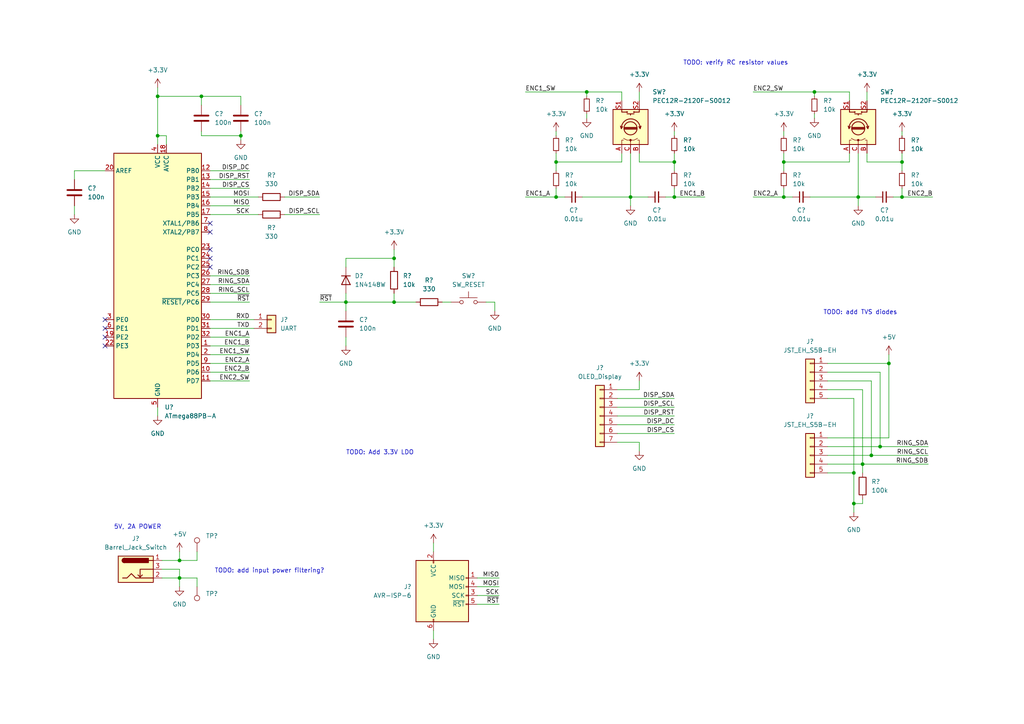
<source format=kicad_sch>
(kicad_sch (version 20211123) (generator eeschema)
  (paper "A4")
  (lib_symbols
    (symbol "Connector:AVR-ISP-6" (pin_names (offset 1.016))
      (property "Reference" "J" (at -6.35 11.43 0))
      (property "Value" "AVR-ISP-6" (at 0 11.43 0))
      (symbol "AVR-ISP-6_0_1"
        (rectangle (start -2.667 -6.858) (end -2.413 -7.62))
        (rectangle (start -2.667 10.16) (end -2.413 9.398))
        (rectangle (start 7.62 -2.413) (end 6.858 -2.667))
        (rectangle (start 7.62 0.127) (end 6.858 -0.127))
        (rectangle (start 7.62 2.667) (end 6.858 2.413))
        (rectangle (start 7.62 5.207) (end 6.858 4.953))
        (rectangle (start 7.62 10.16) (end -7.62 -7.62) (stroke (width 0.254)) (fill (type background)))
      )
      (symbol "AVR-ISP-6_1_1"
        (pin passive line (at 10.16 5.08 180) (length 2.54) (name "MISO") (number "1"))
        (pin passive line (at -2.54 12.7 270) (length 2.54) (name "VCC") (number "2"))
        (pin passive line (at 10.16 0 180) (length 2.54) (name "SCK") (number "3"))
        (pin passive line (at 10.16 2.54 180) (length 2.54) (name "MOSI") (number "4"))
        (pin passive line (at 10.16 -2.54 180) (length 2.54) (name "~{RST}") (number "5"))
        (pin passive line (at -2.54 -10.16 90) (length 2.54) (name "GND") (number "6"))
      )
    )
    (symbol "Connector:Barrel_Jack_Switch" (pin_names hide)
      (property "Reference" "J" (at 0 5.334 0))
      (property "Value" "Barrel_Jack_Switch" (at 0 -5.08 0))
      (symbol "Barrel_Jack_Switch_0_1"
        (rectangle (start -5.08 3.81) (end 5.08 -3.81) (stroke (width 0.254)) (fill (type background)))
        (arc (start -3.302 3.175) (mid -3.937 2.54) (end -3.302 1.905) (stroke (width 0.254)))
        (arc (start -3.302 3.175) (mid -3.937 2.54) (end -3.302 1.905) (stroke (width 0.254)) (fill (type outline)))
        (polyline (pts (xy 1.27 -2.286) (xy 1.905 -1.651)) (stroke (width 0.254)))
        (polyline (pts (xy 5.08 2.54) (xy 3.81 2.54)) (stroke (width 0.254)))
        (polyline (pts (xy 5.08 0) (xy 1.27 0) (xy 1.27 -2.286) (xy 0.635 -1.651)) (stroke (width 0.254)))
        (polyline (pts (xy -3.81 -2.54) (xy -2.54 -2.54) (xy -1.27 -1.27) (xy 0 -2.54) (xy 2.54 -2.54) (xy 5.08 -2.54)) (stroke (width 0.254)))
        (rectangle (start 3.683 3.175) (end -3.302 1.905) (stroke (width 0.254)) (fill (type outline)))
      )
      (symbol "Barrel_Jack_Switch_1_1"
        (pin passive line (at 7.62 2.54 180) (length 2.54) (name "~") (number "1"))
        (pin passive line (at 7.62 -2.54 180) (length 2.54) (name "~") (number "2"))
        (pin passive line (at 7.62 0 180) (length 2.54) (name "~") (number "3"))
      )
    )
    (symbol "Connector:TestPoint" (pin_numbers hide) (pin_names (offset 0.762) hide)
      (property "Reference" "TP" (at 0 6.858 0))
      (property "Value" "TestPoint" (at 0 5.08 0))
      (symbol "TestPoint_0_1"
        (circle (center 0 3.302) (radius 0.762))
      )
      (symbol "TestPoint_1_1"
        (pin passive line (at 0 0 90) (length 2.54) (name "1") (number "1"))
      )
    )
    (symbol "Connector_Generic:Conn_01x02" (pin_names (offset 1.016) hide)
      (property "Reference" "J" (at 0 2.54 0))
      (property "Value" "Conn_01x02" (at 0 -5.08 0))
      (symbol "Conn_01x02_1_1"
        (rectangle (start -1.27 -2.413) (end 0 -2.667) (stroke (width 0.1524)))
        (rectangle (start -1.27 0.127) (end 0 -0.127) (stroke (width 0.1524)))
        (rectangle (start -1.27 1.27) (end 1.27 -3.81) (stroke (width 0.254)) (fill (type background)))
        (pin passive line (at -5.08 0 0) (length 3.81) (name "Pin_1") (number "1"))
        (pin passive line (at -5.08 -2.54 0) (length 3.81) (name "Pin_2") (number "2"))
      )
    )
    (symbol "Connector_Generic:Conn_01x05" (pin_names (offset 1.016) hide)
      (property "Reference" "J" (at 0 7.62 0))
      (property "Value" "Conn_01x05" (at 0 -7.62 0))
      (symbol "Conn_01x05_1_1"
        (rectangle (start -1.27 -4.953) (end 0 -5.207) (stroke (width 0.1524)))
        (rectangle (start -1.27 -2.413) (end 0 -2.667) (stroke (width 0.1524)))
        (rectangle (start -1.27 0.127) (end 0 -0.127) (stroke (width 0.1524)))
        (rectangle (start -1.27 2.667) (end 0 2.413) (stroke (width 0.1524)))
        (rectangle (start -1.27 5.207) (end 0 4.953) (stroke (width 0.1524)))
        (rectangle (start -1.27 6.35) (end 1.27 -6.35) (stroke (width 0.254)) (fill (type background)))
        (pin passive line (at -5.08 5.08 0) (length 3.81) (name "Pin_1") (number "1"))
        (pin passive line (at -5.08 2.54 0) (length 3.81) (name "Pin_2") (number "2"))
        (pin passive line (at -5.08 0 0) (length 3.81) (name "Pin_3") (number "3"))
        (pin passive line (at -5.08 -2.54 0) (length 3.81) (name "Pin_4") (number "4"))
        (pin passive line (at -5.08 -5.08 0) (length 3.81) (name "Pin_5") (number "5"))
      )
    )
    (symbol "Connector_Generic:Conn_01x07" (pin_names (offset 1.016) hide)
      (property "Reference" "J" (at 0 10.16 0))
      (property "Value" "Conn_01x07" (at 0 -10.16 0))
      (symbol "Conn_01x07_1_1"
        (rectangle (start -1.27 -7.493) (end 0 -7.747) (stroke (width 0.1524)))
        (rectangle (start -1.27 -4.953) (end 0 -5.207) (stroke (width 0.1524)))
        (rectangle (start -1.27 -2.413) (end 0 -2.667) (stroke (width 0.1524)))
        (rectangle (start -1.27 0.127) (end 0 -0.127) (stroke (width 0.1524)))
        (rectangle (start -1.27 2.667) (end 0 2.413) (stroke (width 0.1524)))
        (rectangle (start -1.27 5.207) (end 0 4.953) (stroke (width 0.1524)))
        (rectangle (start -1.27 7.747) (end 0 7.493) (stroke (width 0.1524)))
        (rectangle (start -1.27 8.89) (end 1.27 -8.89) (stroke (width 0.254)) (fill (type background)))
        (pin passive line (at -5.08 7.62 0) (length 3.81) (name "Pin_1") (number "1"))
        (pin passive line (at -5.08 5.08 0) (length 3.81) (name "Pin_2") (number "2"))
        (pin passive line (at -5.08 2.54 0) (length 3.81) (name "Pin_3") (number "3"))
        (pin passive line (at -5.08 0 0) (length 3.81) (name "Pin_4") (number "4"))
        (pin passive line (at -5.08 -2.54 0) (length 3.81) (name "Pin_5") (number "5"))
        (pin passive line (at -5.08 -5.08 0) (length 3.81) (name "Pin_6") (number "6"))
        (pin passive line (at -5.08 -7.62 0) (length 3.81) (name "Pin_7") (number "7"))
      )
    )
    (symbol "Device:C" (pin_numbers hide) (pin_names (offset 0.254))
      (property "Reference" "C" (at 0.635 2.54 0))
      (property "Value" "C" (at 0.635 -2.54 0))
      (symbol "C_0_1"
        (polyline (pts (xy -2.032 -0.762) (xy 2.032 -0.762)) (stroke (width 0.508)))
        (polyline (pts (xy -2.032 0.762) (xy 2.032 0.762)) (stroke (width 0.508)))
      )
      (symbol "C_1_1"
        (pin passive line (at 0 3.81 270) (length 2.794) (name "~") (number "1"))
        (pin passive line (at 0 -3.81 90) (length 2.794) (name "~") (number "2"))
      )
    )
    (symbol "Device:C_Small" (pin_numbers hide) (pin_names (offset 0.254) hide)
      (property "Reference" "C" (at 0.254 1.778 0))
      (property "Value" "C_Small" (at 0.254 -2.032 0))
      (symbol "C_Small_0_1"
        (polyline (pts (xy -1.524 -0.508) (xy 1.524 -0.508)) (stroke (width 0.3302)))
        (polyline (pts (xy -1.524 0.508) (xy 1.524 0.508)) (stroke (width 0.3048)))
      )
      (symbol "C_Small_1_1"
        (pin passive line (at 0 2.54 270) (length 2.032) (name "~") (number "1"))
        (pin passive line (at 0 -2.54 90) (length 2.032) (name "~") (number "2"))
      )
    )
    (symbol "Device:R" (pin_numbers hide) (pin_names (offset 0))
      (property "Reference" "R" (at 2.032 0 90))
      (property "Value" "R" (at 0 0 90))
      (symbol "R_0_1"
        (rectangle (start -1.016 -2.54) (end 1.016 2.54) (stroke (width 0.254)))
      )
      (symbol "R_1_1"
        (pin passive line (at 0 3.81 270) (length 1.27) (name "~") (number "1"))
        (pin passive line (at 0 -3.81 90) (length 1.27) (name "~") (number "2"))
      )
    )
    (symbol "Device:R_Small" (pin_numbers hide) (pin_names (offset 0.254) hide)
      (property "Reference" "R" (at 0.762 0.508 0))
      (property "Value" "R_Small" (at 0.762 -1.016 0))
      (symbol "R_Small_0_1"
        (rectangle (start -0.762 1.778) (end 0.762 -1.778) (stroke (width 0.2032)))
      )
      (symbol "R_Small_1_1"
        (pin passive line (at 0 2.54 270) (length 0.762) (name "~") (number "1"))
        (pin passive line (at 0 -2.54 90) (length 0.762) (name "~") (number "2"))
      )
    )
    (symbol "Device:RotaryEncoder_Switch" (pin_names (offset 0.254) hide)
      (property "Reference" "SW" (at 0 6.604 0))
      (property "Value" "RotaryEncoder_Switch" (at 0 -6.604 0))
      (symbol "RotaryEncoder_Switch_0_1"
        (rectangle (start -5.08 5.08) (end 5.08 -5.08) (stroke (width 0.254)) (fill (type background)))
        (circle (center -3.81 0) (radius 0.254) (fill (type outline)))
        (arc (start -0.381 -2.794) (mid 2.3622 -0.0508) (end -0.381 2.667) (stroke (width 0.254)))
        (circle (center -0.381 0) (radius 1.905) (stroke (width 0.254)))
        (polyline (pts (xy -0.635 -1.778) (xy -0.635 1.778)) (stroke (width 0.254)))
        (polyline (pts (xy -0.381 -1.778) (xy -0.381 1.778)) (stroke (width 0.254)))
        (polyline (pts (xy -0.127 1.778) (xy -0.127 -1.778)) (stroke (width 0.254)))
        (polyline (pts (xy 3.81 0) (xy 3.429 0)) (stroke (width 0.254)))
        (polyline (pts (xy 3.81 1.016) (xy 3.81 -1.016)) (stroke (width 0.254)))
        (polyline (pts (xy -5.08 -2.54) (xy -3.81 -2.54) (xy -3.81 -2.032)))
        (polyline (pts (xy -5.08 2.54) (xy -3.81 2.54) (xy -3.81 2.032)))
        (polyline (pts (xy 0.254 -3.048) (xy -0.508 -2.794) (xy 0.127 -2.413)) (stroke (width 0.254)))
        (polyline (pts (xy 0.254 2.921) (xy -0.508 2.667) (xy 0.127 2.286)) (stroke (width 0.254)))
        (polyline (pts (xy 5.08 -2.54) (xy 4.318 -2.54) (xy 4.318 -1.016)) (stroke (width 0.254)))
        (polyline (pts (xy 5.08 2.54) (xy 4.318 2.54) (xy 4.318 1.016)) (stroke (width 0.254)))
        (polyline (pts (xy -5.08 0) (xy -3.81 0) (xy -3.81 -1.016) (xy -3.302 -2.032)))
        (polyline (pts (xy -4.318 0) (xy -3.81 0) (xy -3.81 1.016) (xy -3.302 2.032)))
        (circle (center 4.318 -1.016) (radius 0.127) (stroke (width 0.254)))
        (circle (center 4.318 1.016) (radius 0.127) (stroke (width 0.254)))
      )
      (symbol "RotaryEncoder_Switch_1_1"
        (pin passive line (at -7.62 2.54 0) (length 2.54) (name "A") (number "A"))
        (pin passive line (at -7.62 -2.54 0) (length 2.54) (name "B") (number "B"))
        (pin passive line (at -7.62 0 0) (length 2.54) (name "C") (number "C"))
        (pin passive line (at 7.62 2.54 180) (length 2.54) (name "S1") (number "S1"))
        (pin passive line (at 7.62 -2.54 180) (length 2.54) (name "S2") (number "S2"))
      )
    )
    (symbol "Diode:1N4148W" (pin_numbers hide) (pin_names (offset 1.016) hide)
      (property "Reference" "D" (at 0 2.54 0))
      (property "Value" "1N4148W" (at 0 -2.54 0))
      (symbol "1N4148W_0_1"
        (polyline (pts (xy -1.27 1.27) (xy -1.27 -1.27)) (stroke (width 0.254)))
        (polyline (pts (xy 1.27 0) (xy -1.27 0)))
        (polyline (pts (xy 1.27 1.27) (xy 1.27 -1.27) (xy -1.27 0) (xy 1.27 1.27)) (stroke (width 0.254)))
      )
      (symbol "1N4148W_1_1"
        (pin passive line (at -3.81 0 0) (length 2.54) (name "K") (number "1"))
        (pin passive line (at 3.81 0 180) (length 2.54) (name "A") (number "2"))
      )
    )
    (symbol "MCU_Microchip_ATmega:ATmega88PB-A"
      (property "Reference" "U" (at -12.7 36.83 0))
      (property "Value" "ATmega88PB-A" (at 2.54 -36.83 0))
      (symbol "ATmega88PB-A_0_1"
        (rectangle (start -12.7 -35.56) (end 12.7 35.56) (stroke (width 0.254)) (fill (type background)))
      )
      (symbol "ATmega88PB-A_1_1"
        (pin bidirectional line (at 15.24 -20.32 180) (length 2.54) (name "PD3") (number "1"))
        (pin bidirectional line (at 15.24 -27.94 180) (length 2.54) (name "PD6") (number "10"))
        (pin bidirectional line (at 15.24 -30.48 180) (length 2.54) (name "PD7") (number "11"))
        (pin bidirectional line (at 15.24 30.48 180) (length 2.54) (name "PB0") (number "12"))
        (pin bidirectional line (at 15.24 27.94 180) (length 2.54) (name "PB1") (number "13"))
        (pin bidirectional line (at 15.24 25.4 180) (length 2.54) (name "PB2") (number "14"))
        (pin bidirectional line (at 15.24 22.86 180) (length 2.54) (name "PB3") (number "15"))
        (pin bidirectional line (at 15.24 20.32 180) (length 2.54) (name "PB4") (number "16"))
        (pin bidirectional line (at 15.24 17.78 180) (length 2.54) (name "PB5") (number "17"))
        (pin power_in line (at 2.54 38.1 270) (length 2.54) (name "AVCC") (number "18"))
        (pin bidirectional line (at -15.24 -17.78 0) (length 2.54) (name "PE2") (number "19"))
        (pin bidirectional line (at 15.24 -22.86 180) (length 2.54) (name "PD4") (number "2"))
        (pin passive line (at -15.24 30.48 0) (length 2.54) (name "AREF") (number "20"))
        (pin passive line (at 0 -38.1 90) (length 2.54) hide (name "GND") (number "21"))
        (pin bidirectional line (at -15.24 -20.32 0) (length 2.54) (name "PE3") (number "22"))
        (pin bidirectional line (at 15.24 7.62 180) (length 2.54) (name "PC0") (number "23"))
        (pin bidirectional line (at 15.24 5.08 180) (length 2.54) (name "PC1") (number "24"))
        (pin bidirectional line (at 15.24 2.54 180) (length 2.54) (name "PC2") (number "25"))
        (pin bidirectional line (at 15.24 0 180) (length 2.54) (name "PC3") (number "26"))
        (pin bidirectional line (at 15.24 -2.54 180) (length 2.54) (name "PC4") (number "27"))
        (pin bidirectional line (at 15.24 -5.08 180) (length 2.54) (name "PC5") (number "28"))
        (pin bidirectional line (at 15.24 -7.62 180) (length 2.54) (name "~{RESET}/PC6") (number "29"))
        (pin bidirectional line (at -15.24 -12.7 0) (length 2.54) (name "PE0") (number "3"))
        (pin bidirectional line (at 15.24 -12.7 180) (length 2.54) (name "PD0") (number "30"))
        (pin bidirectional line (at 15.24 -15.24 180) (length 2.54) (name "PD1") (number "31"))
        (pin bidirectional line (at 15.24 -17.78 180) (length 2.54) (name "PD2") (number "32"))
        (pin power_in line (at 0 38.1 270) (length 2.54) (name "VCC") (number "4"))
        (pin power_in line (at 0 -38.1 90) (length 2.54) (name "GND") (number "5"))
        (pin bidirectional line (at -15.24 -15.24 0) (length 2.54) (name "PE1") (number "6"))
        (pin bidirectional line (at 15.24 15.24 180) (length 2.54) (name "XTAL1/PB6") (number "7"))
        (pin bidirectional line (at 15.24 12.7 180) (length 2.54) (name "XTAL2/PB7") (number "8"))
        (pin bidirectional line (at 15.24 -25.4 180) (length 2.54) (name "PD5") (number "9"))
      )
    )
    (symbol "Switch:SW_Push" (pin_numbers hide) (pin_names (offset 1.016) hide)
      (property "Reference" "SW" (at 1.27 2.54 0))
      (property "Value" "SW_Push" (at 0 -1.524 0))
      (symbol "SW_Push_0_1"
        (circle (center -2.032 0) (radius 0.508))
        (polyline (pts (xy 0 1.27) (xy 0 3.048)))
        (polyline (pts (xy 2.54 1.27) (xy -2.54 1.27)))
        (circle (center 2.032 0) (radius 0.508))
        (pin passive line (at -5.08 0 0) (length 2.54) (name "1") (number "1"))
        (pin passive line (at 5.08 0 180) (length 2.54) (name "2") (number "2"))
      )
    )
    (symbol "power:+3.3V" (power) (pin_names (offset 0))
      (property "Value" "+3.3V" (at 0 3.556 0))
      (symbol "+3.3V_0_1"
        (polyline (pts (xy -0.762 1.27) (xy 0 2.54)))
        (polyline (pts (xy 0 0) (xy 0 2.54)))
        (polyline (pts (xy 0 2.54) (xy 0.762 1.27)))
      )
      (symbol "+3.3V_1_1"
        (pin power_in line (at 0 0 90) (length 0) hide (name "+3.3V") (number "1"))
      )
    )
    (symbol "power:+5V" (power) (pin_names (offset 0))
      (property "Value" "+5V" (at 0 3.556 0))
      (symbol "+5V_0_1"
        (polyline (pts (xy -0.762 1.27) (xy 0 2.54)))
        (polyline (pts (xy 0 0) (xy 0 2.54)))
        (polyline (pts (xy 0 2.54) (xy 0.762 1.27)))
      )
      (symbol "+5V_1_1"
        (pin power_in line (at 0 0 90) (length 0) hide (name "+5V") (number "1"))
      )
    )
    (symbol "power:GND" (power) (pin_names (offset 0))
      (property "Value" "GND" (at 0 -3.81 0))
      (symbol "GND_0_1"
        (polyline (pts (xy 0 0) (xy 0 -1.27) (xy 1.27 -1.27) (xy 0 -2.54) (xy -1.27 -1.27) (xy 0 -1.27)))
      )
      (symbol "GND_1_1"
        (pin power_in line (at 0 0 270) (length 0) hide (name "GND") (number "1"))
      )
    )
  )
  (junction (at 247.65 146.05))
  (junction (at 247.65 137.16))
  (junction (at 236.22 26.67))
  (junction (at 227.33 46.99))
  (junction (at 255.27 129.54))
  (junction (at 261.62 57.15))
  (junction (at 227.33 57.15))
  (junction (at 182.88 57.15))
  (junction (at 45.72 27.94))
  (junction (at 248.92 57.15))
  (junction (at 58.42 27.94))
  (junction (at 195.58 57.15))
  (junction (at 261.62 46.99))
  (junction (at 52.07 167.64))
  (junction (at 161.29 46.99))
  (junction (at 195.58 46.99))
  (junction (at 161.29 57.15))
  (junction (at 114.3 87.63))
  (junction (at 69.85 39.37))
  (junction (at 52.07 162.56))
  (junction (at 250.19 134.62))
  (junction (at 257.81 105.41))
  (junction (at 100.33 87.63))
  (junction (at 114.3 74.93))
  (junction (at 45.72 39.37))
  (junction (at 252.73 132.08))
  (junction (at 170.18 26.67))
  (no_connect (at 60.96 67.31))
  (no_connect (at 60.96 64.77))
  (no_connect (at 60.96 74.93))
  (no_connect (at 60.96 72.39))
  (no_connect (at 30.48 95.25))
  (no_connect (at 30.48 97.79))
  (no_connect (at 30.48 100.33))
  (no_connect (at 30.48 92.71))
  (no_connect (at 60.96 77.47))
  (wire (pts (xy 114.3 87.63) (xy 120.65 87.63)))
  (wire (pts (xy 170.18 33.02) (xy 170.18 34.29)))
  (wire (pts (xy 251.46 44.45) (xy 251.46 46.99)))
  (wire (pts (xy 45.72 118.11) (xy 45.72 120.65)))
  (wire (pts (xy 100.33 85.09) (xy 100.33 87.63)))
  (wire (pts (xy 195.58 38.1) (xy 195.58 39.37)))
  (wire (pts (xy 227.33 57.15) (xy 229.87 57.15)))
  (wire (pts (xy 58.42 39.37) (xy 69.85 39.37)))
  (wire (pts (xy 100.33 87.63) (xy 114.3 87.63)))
  (wire (pts (xy 114.3 74.93) (xy 114.3 77.47)))
  (wire (pts (xy 45.72 27.94) (xy 45.72 39.37)))
  (wire (pts (xy 236.22 26.67) (xy 246.38 26.67)))
  (wire (pts (xy 69.85 27.94) (xy 58.42 27.94)))
  (wire (pts (xy 240.03 110.49) (xy 252.73 110.49)))
  (wire (pts (xy 52.07 160.02) (xy 52.07 162.56)))
  (wire (pts (xy 240.03 127) (xy 257.81 127)))
  (wire (pts (xy 195.58 46.99) (xy 195.58 49.53)))
  (wire (pts (xy 138.43 175.26) (xy 144.78 175.26)))
  (wire (pts (xy 185.42 26.67) (xy 185.42 29.21)))
  (wire (pts (xy 128.27 87.63) (xy 130.81 87.63)))
  (wire (pts (xy 248.92 57.15) (xy 254 57.15)))
  (wire (pts (xy 170.18 26.67) (xy 180.34 26.67)))
  (wire (pts (xy 60.96 52.07) (xy 72.39 52.07)))
  (wire (pts (xy 100.33 97.79) (xy 100.33 100.33)))
  (wire (pts (xy 255.27 107.95) (xy 255.27 129.54)))
  (wire (pts (xy 161.29 46.99) (xy 180.34 46.99)))
  (wire (pts (xy 69.85 30.48) (xy 69.85 27.94)))
  (wire (pts (xy 21.59 52.07) (xy 21.59 49.53)))
  (wire (pts (xy 45.72 27.94) (xy 58.42 27.94)))
  (wire (pts (xy 170.18 26.67) (xy 170.18 27.94)))
  (wire (pts (xy 60.96 80.01) (xy 72.39 80.01)))
  (wire (pts (xy 185.42 46.99) (xy 195.58 46.99)))
  (wire (pts (xy 185.42 113.03) (xy 185.42 110.49)))
  (wire (pts (xy 261.62 46.99) (xy 261.62 49.53)))
  (wire (pts (xy 82.55 62.23) (xy 92.71 62.23)))
  (wire (pts (xy 60.96 57.15) (xy 74.93 57.15)))
  (wire (pts (xy 179.07 120.65) (xy 195.58 120.65)))
  (wire (pts (xy 92.71 87.63) (xy 100.33 87.63)))
  (wire (pts (xy 45.72 39.37) (xy 45.72 41.91)))
  (wire (pts (xy 240.03 134.62) (xy 250.19 134.62)))
  (wire (pts (xy 60.96 107.95) (xy 72.39 107.95)))
  (wire (pts (xy 182.88 57.15) (xy 187.96 57.15)))
  (wire (pts (xy 58.42 27.94) (xy 58.42 30.48)))
  (wire (pts (xy 240.03 107.95) (xy 255.27 107.95)))
  (wire (pts (xy 250.19 146.05) (xy 247.65 146.05)))
  (wire (pts (xy 161.29 44.45) (xy 161.29 46.99)))
  (wire (pts (xy 138.43 167.64) (xy 144.78 167.64)))
  (wire (pts (xy 57.15 170.18) (xy 57.15 167.64)))
  (wire (pts (xy 247.65 137.16) (xy 247.65 146.05)))
  (wire (pts (xy 236.22 33.02) (xy 236.22 34.29)))
  (wire (pts (xy 60.96 110.49) (xy 72.39 110.49)))
  (wire (pts (xy 60.96 105.41) (xy 72.39 105.41)))
  (wire (pts (xy 261.62 38.1) (xy 261.62 39.37)))
  (wire (pts (xy 125.73 182.88) (xy 125.73 185.42)))
  (wire (pts (xy 193.04 57.15) (xy 195.58 57.15)))
  (wire (pts (xy 195.58 44.45) (xy 195.58 46.99)))
  (wire (pts (xy 179.07 113.03) (xy 185.42 113.03)))
  (wire (pts (xy 236.22 26.67) (xy 236.22 27.94)))
  (wire (pts (xy 218.44 26.67) (xy 236.22 26.67)))
  (wire (pts (xy 69.85 38.1) (xy 69.85 39.37)))
  (wire (pts (xy 259.08 57.15) (xy 261.62 57.15)))
  (wire (pts (xy 227.33 44.45) (xy 227.33 46.99)))
  (wire (pts (xy 180.34 26.67) (xy 180.34 29.21)))
  (wire (pts (xy 168.91 57.15) (xy 182.88 57.15)))
  (wire (pts (xy 69.85 39.37) (xy 69.85 40.64)))
  (wire (pts (xy 179.07 125.73) (xy 195.58 125.73)))
  (wire (pts (xy 195.58 57.15) (xy 195.58 54.61)))
  (wire (pts (xy 100.33 77.47) (xy 100.33 74.93)))
  (wire (pts (xy 195.58 57.15) (xy 204.47 57.15)))
  (wire (pts (xy 182.88 57.15) (xy 182.88 59.69)))
  (wire (pts (xy 250.19 134.62) (xy 269.24 134.62)))
  (wire (pts (xy 234.95 57.15) (xy 248.92 57.15)))
  (wire (pts (xy 240.03 132.08) (xy 252.73 132.08)))
  (wire (pts (xy 45.72 25.4) (xy 45.72 27.94)))
  (wire (pts (xy 252.73 132.08) (xy 269.24 132.08)))
  (wire (pts (xy 250.19 113.03) (xy 250.19 134.62)))
  (wire (pts (xy 60.96 100.33) (xy 72.39 100.33)))
  (wire (pts (xy 46.99 167.64) (xy 52.07 167.64)))
  (wire (pts (xy 179.07 115.57) (xy 195.58 115.57)))
  (wire (pts (xy 257.81 127) (xy 257.81 105.41)))
  (wire (pts (xy 255.27 129.54) (xy 269.24 129.54)))
  (wire (pts (xy 52.07 165.1) (xy 52.07 167.64)))
  (wire (pts (xy 240.03 105.41) (xy 257.81 105.41)))
  (wire (pts (xy 46.99 165.1) (xy 52.07 165.1)))
  (wire (pts (xy 114.3 72.39) (xy 114.3 74.93)))
  (wire (pts (xy 57.15 167.64) (xy 52.07 167.64)))
  (wire (pts (xy 180.34 44.45) (xy 180.34 46.99)))
  (wire (pts (xy 185.42 44.45) (xy 185.42 46.99)))
  (wire (pts (xy 60.96 102.87) (xy 72.39 102.87)))
  (wire (pts (xy 257.81 102.87) (xy 257.81 105.41)))
  (wire (pts (xy 227.33 38.1) (xy 227.33 39.37)))
  (wire (pts (xy 247.65 146.05) (xy 247.65 148.59)))
  (wire (pts (xy 138.43 170.18) (xy 144.78 170.18)))
  (wire (pts (xy 60.96 87.63) (xy 72.39 87.63)))
  (wire (pts (xy 227.33 54.61) (xy 227.33 57.15)))
  (wire (pts (xy 247.65 115.57) (xy 247.65 137.16)))
  (wire (pts (xy 60.96 97.79) (xy 72.39 97.79)))
  (wire (pts (xy 100.33 74.93) (xy 114.3 74.93)))
  (wire (pts (xy 60.96 82.55) (xy 72.39 82.55)))
  (wire (pts (xy 182.88 44.45) (xy 182.88 57.15)))
  (wire (pts (xy 60.96 49.53) (xy 72.39 49.53)))
  (wire (pts (xy 21.59 59.69) (xy 21.59 62.23)))
  (wire (pts (xy 161.29 54.61) (xy 161.29 57.15)))
  (wire (pts (xy 82.55 57.15) (xy 92.71 57.15)))
  (wire (pts (xy 152.4 26.67) (xy 170.18 26.67)))
  (wire (pts (xy 240.03 113.03) (xy 250.19 113.03)))
  (wire (pts (xy 185.42 128.27) (xy 185.42 130.81)))
  (wire (pts (xy 250.19 134.62) (xy 250.19 137.16)))
  (wire (pts (xy 227.33 46.99) (xy 227.33 49.53)))
  (wire (pts (xy 240.03 115.57) (xy 247.65 115.57)))
  (wire (pts (xy 261.62 57.15) (xy 270.51 57.15)))
  (wire (pts (xy 179.07 123.19) (xy 195.58 123.19)))
  (wire (pts (xy 143.51 87.63) (xy 140.97 87.63)))
  (wire (pts (xy 240.03 129.54) (xy 255.27 129.54)))
  (wire (pts (xy 100.33 87.63) (xy 100.33 90.17)))
  (wire (pts (xy 161.29 46.99) (xy 161.29 49.53)))
  (wire (pts (xy 248.92 57.15) (xy 248.92 59.69)))
  (wire (pts (xy 60.96 92.71) (xy 73.66 92.71)))
  (wire (pts (xy 218.44 57.15) (xy 227.33 57.15)))
  (wire (pts (xy 227.33 46.99) (xy 246.38 46.99)))
  (wire (pts (xy 179.07 128.27) (xy 185.42 128.27)))
  (wire (pts (xy 60.96 54.61) (xy 72.39 54.61)))
  (wire (pts (xy 251.46 26.67) (xy 251.46 29.21)))
  (wire (pts (xy 250.19 144.78) (xy 250.19 146.05)))
  (wire (pts (xy 57.15 162.56) (xy 52.07 162.56)))
  (wire (pts (xy 60.96 95.25) (xy 73.66 95.25)))
  (wire (pts (xy 60.96 59.69) (xy 72.39 59.69)))
  (wire (pts (xy 240.03 137.16) (xy 247.65 137.16)))
  (wire (pts (xy 246.38 44.45) (xy 246.38 46.99)))
  (wire (pts (xy 179.07 118.11) (xy 195.58 118.11)))
  (wire (pts (xy 161.29 38.1) (xy 161.29 39.37)))
  (wire (pts (xy 21.59 49.53) (xy 30.48 49.53)))
  (wire (pts (xy 251.46 46.99) (xy 261.62 46.99)))
  (wire (pts (xy 125.73 157.48) (xy 125.73 160.02)))
  (wire (pts (xy 246.38 26.67) (xy 246.38 29.21)))
  (wire (pts (xy 138.43 172.72) (xy 144.78 172.72)))
  (wire (pts (xy 152.4 57.15) (xy 161.29 57.15)))
  (wire (pts (xy 48.26 39.37) (xy 45.72 39.37)))
  (wire (pts (xy 143.51 90.17) (xy 143.51 87.63)))
  (wire (pts (xy 60.96 85.09) (xy 72.39 85.09)))
  (wire (pts (xy 57.15 160.02) (xy 57.15 162.56)))
  (wire (pts (xy 60.96 62.23) (xy 74.93 62.23)))
  (wire (pts (xy 58.42 38.1) (xy 58.42 39.37)))
  (wire (pts (xy 261.62 44.45) (xy 261.62 46.99)))
  (wire (pts (xy 261.62 57.15) (xy 261.62 54.61)))
  (wire (pts (xy 248.92 44.45) (xy 248.92 57.15)))
  (wire (pts (xy 52.07 167.64) (xy 52.07 170.18)))
  (wire (pts (xy 48.26 41.91) (xy 48.26 39.37)))
  (wire (pts (xy 114.3 85.09) (xy 114.3 87.63)))
  (wire (pts (xy 52.07 162.56) (xy 46.99 162.56)))
  (wire (pts (xy 252.73 110.49) (xy 252.73 132.08)))
  (wire (pts (xy 161.29 57.15) (xy 163.83 57.15)))
  (text "TODO: Add 3.3V LDO" (at 100.33 132.08 0) (effects (font (size 1.27 1.27)) (justify left bottom)))
  (text "TODO: verify RC resistor values" (at 198.12 19.05 0) (effects (font (size 1.27 1.27)) (justify left bottom)))
  (text "5V, 2A POWER" (at 33.02 153.67 0) (effects (font (size 1.27 1.27)) (justify left bottom)))
  (text "TODO: add TVS diodes" (at 238.76 91.44 0) (effects (font (size 1.27 1.27)) (justify left bottom)))
  (text "TODO: add input power filtering?" (at 62.23 166.37 0) (effects (font (size 1.27 1.27)) (justify left bottom)))
  (label "ENC1_B" (at 72.39 100.33 180))
  (label "ENC2_A" (at 72.39 105.41 180))
  (label "RING_SDA" (at 72.39 82.55 180))
  (label "DISP_SDA" (at 92.71 57.15 180))
  (label "SCK" (at 144.78 172.72 180))
  (label "ENC2_B" (at 270.51 57.15 180))
  (label "ENC1_SW" (at 72.39 102.87 180))
  (label "MOSI" (at 72.39 57.15 180))
  (label "RING_SDA" (at 269.24 129.54 180))
  (label "ENC1_B" (at 204.47 57.15 180))
  (label "DISP_SCL" (at 92.71 62.23 180))
  (label "ENC2_B" (at 72.39 107.95 180))
  (label "~{RST}" (at 92.71 87.63 0))
  (label "RING_SCL" (at 72.39 85.09 180))
  (label "TXD" (at 72.39 95.25 180))
  (label "RING_SCL" (at 269.24 132.08 180))
  (label "DISP_SCL" (at 195.58 118.11 180))
  (label "DISP_CS" (at 72.39 54.61 180))
  (label "DISP_RST" (at 195.58 120.65 180))
  (label "MOSI" (at 144.78 170.18 180))
  (label "RING_SDB" (at 269.24 134.62 180))
  (label "ENC2_SW" (at 72.39 110.49 180))
  (label "DISP_DC" (at 72.39 49.53 180))
  (label "ENC2_SW" (at 218.44 26.67 0))
  (label "ENC1_A" (at 152.4 57.15 0))
  (label "ENC1_A" (at 72.39 97.79 180))
  (label "DISP_SDA" (at 195.58 115.57 180))
  (label "MISO" (at 72.39 59.69 180))
  (label "ENC1_SW" (at 152.4 26.67 0))
  (label "ENC2_A" (at 218.44 57.15 0))
  (label "SCK" (at 72.39 62.23 180))
  (label "RING_SDB" (at 72.39 80.01 180))
  (label "DISP_CS" (at 195.58 125.73 180))
  (label "~{RST}" (at 144.78 175.26 180))
  (label "MISO" (at 144.78 167.64 180))
  (label "RXD" (at 72.39 92.71 180))
  (label "DISP_DC" (at 195.58 123.19 180))
  (label "~{RST}" (at 72.39 87.63 180))
  (label "DISP_RST" (at 72.39 52.07 180))
  (symbol (lib_id "power:GND") (at 69.85 40.64 0) (unit 1)
    (property "Reference" "#PWR?" (effects hide))
    (property "Value" "GND" (at 69.85 45.72 0))
  )
  (symbol (lib_id "power:+3.3V") (at 45.72 25.4 0) (unit 1)
    (property "Reference" "#PWR?" (effects hide))
    (property "Value" "+3.3V" (at 45.72 20.32 0))
  )
  (symbol (lib_id "power:GND") (at 52.07 170.18 0) (unit 1)
    (property "Reference" "#PWR?" (effects hide))
    (property "Value" "GND" (at 52.07 175.26 0))
  )
  (symbol (lib_id "MCU_Microchip_ATmega:ATmega88PB-A") (at 45.72 80.01 0) (unit 1)
    (property "Reference" "U?" (at 47.7394 118.11 0) (effects (justify left)))
    (property "Value" "ATmega88PB-A" (at 47.7394 120.65 0) (effects (justify left)))
    (property "Footprint" "Package_QFP:TQFP-32_7x7mm_P0.8mm" (effects hide))
    (property "Datasheet" "http://ww1.microchip.com/downloads/en/DeviceDoc/40001909A.pdf" (effects hide))
  )
  (symbol (lib_id "Connector_Generic:Conn_01x05") (at 234.95 110.49 0) (mirror y) (unit 1)
    (property "Reference" "J?" (at 234.95 99.06 0))
    (property "Value" "JST_EH_S5B-EH" (at 234.95 101.6 0))
    (property "Footprint" "Connector_JST:JST_EH_S5B-EH_1x05_P2.50mm_Horizontal" (effects hide))
  )
  (symbol (lib_id "Device:R_Small") (at 161.29 52.07 0) (unit 1)
    (property "Reference" "R?" (at 163.83 50.7999 0) (effects (justify left)))
    (property "Value" "10k" (at 163.83 53.3399 0) (effects (justify left)))
    (property "Footprint" "Resistor_SMD:R_0805_2012Metric" (effects hide))
  )
  (symbol (lib_id "Device:R") (at 78.74 62.23 90) (unit 1)
    (property "Reference" "R?" (at 78.74 66.04 90))
    (property "Value" "330" (at 78.74 68.58 90))
    (property "Footprint" "Resistor_SMD:R_0805_2012Metric" (effects hide))
  )
  (symbol (lib_id "power:GND") (at 143.51 90.17 0) (unit 1)
    (property "Reference" "#PWR?" (effects hide))
    (property "Value" "GND" (at 143.51 95.25 0))
  )
  (symbol (lib_id "Connector_Generic:Conn_01x07") (at 173.99 120.65 0) (mirror y) (unit 1)
    (property "Reference" "J?" (at 173.99 106.68 0))
    (property "Value" "OLED_Display" (at 173.99 109.22 0))
    (property "Footprint" "Connector_PinHeader_2.54mm:PinHeader_1x07_P2.54mm_Vertical" (effects hide))
  )
  (symbol (lib_id "Device:C_Small") (at 232.41 57.15 90) (unit 1)
    (property "Reference" "C?" (at 232.41 60.96 90))
    (property "Value" "0.01u" (at 232.41 63.5 90))
    (property "Footprint" "Capacitor_SMD:C_0805_2012Metric" (effects hide))
  )
  (symbol (lib_id "Device:C") (at 100.33 93.98 0) (unit 1)
    (property "Reference" "C?" (at 104.14 92.7099 0) (effects (justify left)))
    (property "Value" "100n" (at 104.14 95.2499 0) (effects (justify left)))
    (property "Footprint" "Capacitor_SMD:C_0805_2012Metric" (effects hide))
  )
  (symbol (lib_id "power:GND") (at 248.92 59.69 0) (unit 1)
    (property "Reference" "#PWR?" (effects hide))
    (property "Value" "GND" (at 248.92 64.77 0))
  )
  (symbol (lib_id "power:GND") (at 236.22 34.29 0) (unit 1)
    (property "Reference" "#PWR?" (effects hide))
    (property "Value" "GND" (at 236.22 39.37 0))
  )
  (symbol (lib_id "Device:C_Small") (at 256.54 57.15 90) (unit 1)
    (property "Reference" "C?" (at 256.54 60.96 90))
    (property "Value" "0.01u" (at 256.54 63.5 90))
    (property "Footprint" "Capacitor_SMD:C_0805_2012Metric" (effects hide))
  )
  (symbol (lib_id "power:GND") (at 170.18 34.29 0) (unit 1)
    (property "Reference" "#PWR?" (effects hide))
    (property "Value" "GND" (at 170.18 39.37 0))
  )
  (symbol (lib_id "power:+3.3V") (at 125.73 157.48 0) (unit 1)
    (property "Reference" "#PWR?" (effects hide))
    (property "Value" "+3.3V" (at 125.73 152.4 0))
  )
  (symbol (lib_id "power:+3.3V") (at 227.33 38.1 0) (unit 1)
    (property "Reference" "#PWR?" (effects hide))
    (property "Value" "+3.3V" (at 227.33 33.02 0))
  )
  (symbol (lib_id "Device:RotaryEncoder_Switch") (at 182.88 36.83 90) (unit 1)
    (property "Reference" "SW?" (at 189.23 26.67 90) (effects (justify right)))
    (property "Value" "PEC12R-2120F-S0012" (at 189.23 29.21 90) (effects (justify right)))
    (property "Datasheet" "https://www.bourns.com/docs/Product-Datasheets/PEC12R.pdf" (effects hide))
  )
  (symbol (lib_id "power:GND") (at 247.65 148.59 0) (unit 1)
    (property "Reference" "#PWR?" (effects hide))
    (property "Value" "GND" (at 247.65 153.67 0))
  )
  (symbol (lib_id "power:+3.3V") (at 185.42 26.67 0) (unit 1)
    (property "Reference" "#PWR?" (effects hide))
    (property "Value" "+3.3V" (at 185.42 21.59 0))
  )
  (symbol (lib_id "Device:R") (at 114.3 81.28 0) (unit 1)
    (property "Reference" "R?" (at 116.84 80.0099 0) (effects (justify left)))
    (property "Value" "10k" (at 116.84 82.5499 0) (effects (justify left)))
    (property "Footprint" "Resistor_SMD:R_0805_2012Metric" (effects hide))
  )
  (symbol (lib_id "power:GND") (at 21.59 62.23 0) (unit 1)
    (property "Reference" "#PWR?" (effects hide))
    (property "Value" "GND" (at 21.59 67.31 0))
  )
  (symbol (lib_id "Device:R") (at 78.74 57.15 90) (unit 1)
    (property "Reference" "R?" (at 78.74 50.8 90))
    (property "Value" "330" (at 78.74 53.34 90))
    (property "Footprint" "Resistor_SMD:R_0805_2012Metric" (effects hide))
  )
  (symbol (lib_id "power:+3.3V") (at 114.3 72.39 0) (unit 1)
    (property "Reference" "#PWR?" (effects hide))
    (property "Value" "+3.3V" (at 114.3 67.31 0))
  )
  (symbol (lib_id "Device:R_Small") (at 195.58 41.91 0) (unit 1)
    (property "Reference" "R?" (at 198.12 40.6399 0) (effects (justify left)))
    (property "Value" "10k" (at 198.12 43.1799 0) (effects (justify left)))
    (property "Footprint" "Resistor_SMD:R_0805_2012Metric" (effects hide))
  )
  (symbol (lib_id "Device:R_Small") (at 195.58 52.07 0) (unit 1)
    (property "Reference" "R?" (at 198.12 50.7999 0) (effects (justify left)))
    (property "Value" "10k" (at 198.12 53.3399 0) (effects (justify left)))
    (property "Footprint" "Resistor_SMD:R_0805_2012Metric" (effects hide))
  )
  (symbol (lib_id "Connector:Barrel_Jack_Switch") (at 39.37 165.1 0) (unit 1)
    (property "Reference" "J?" (at 39.37 156.21 0))
    (property "Value" "Barrel_Jack_Switch" (at 39.37 158.75 0))
    (property "Footprint" "Connector_BarrelJack:BarrelJack_Horizontal" (effects hide))
  )
  (symbol (lib_id "Device:R_Small") (at 261.62 52.07 0) (unit 1)
    (property "Reference" "R?" (at 264.16 50.7999 0) (effects (justify left)))
    (property "Value" "10k" (at 264.16 53.3399 0) (effects (justify left)))
    (property "Footprint" "Resistor_SMD:R_0805_2012Metric" (effects hide))
  )
  (symbol (lib_id "Connector_Generic:Conn_01x02") (at 78.74 92.71 0) (unit 1)
    (property "Reference" "J?" (at 81.28 92.7099 0) (effects (justify left)))
    (property "Value" "UART" (at 81.28 95.2499 0) (effects (justify left)))
    (property "Footprint" "Connector_PinHeader_2.54mm:PinHeader_1x02_P2.54mm_Vertical" (effects hide))
  )
  (symbol (lib_id "power:GND") (at 45.72 120.65 0) (unit 1)
    (property "Reference" "#PWR?" (effects hide))
    (property "Value" "GND" (at 45.72 125.73 0))
  )
  (symbol (lib_id "power:GND") (at 185.42 130.81 0) (unit 1)
    (property "Reference" "#PWR?" (effects hide))
    (property "Value" "GND" (at 185.42 135.89 0))
  )
  (symbol (lib_id "Device:R_Small") (at 261.62 41.91 0) (unit 1)
    (property "Reference" "R?" (at 264.16 40.6399 0) (effects (justify left)))
    (property "Value" "10k" (at 264.16 43.1799 0) (effects (justify left)))
    (property "Footprint" "Resistor_SMD:R_0805_2012Metric" (effects hide))
  )
  (symbol (lib_id "Device:R_Small") (at 227.33 41.91 0) (unit 1)
    (property "Reference" "R?" (at 229.87 40.6399 0) (effects (justify left)))
    (property "Value" "10k" (at 229.87 43.1799 0) (effects (justify left)))
    (property "Footprint" "Resistor_SMD:R_0805_2012Metric" (effects hide))
  )
  (symbol (lib_id "Device:R") (at 250.19 140.97 0) (unit 1)
    (property "Reference" "R?" (at 252.73 139.6999 0) (effects (justify left)))
    (property "Value" "100k" (at 252.73 142.2399 0) (effects (justify left)))
    (property "Footprint" "Resistor_SMD:R_0805_2012Metric" (effects hide))
  )
  (symbol (lib_id "Device:C_Small") (at 166.37 57.15 90) (unit 1)
    (property "Reference" "C?" (at 166.37 60.96 90))
    (property "Value" "0.01u" (at 166.37 63.5 90))
    (property "Footprint" "Capacitor_SMD:C_0805_2012Metric" (effects hide))
  )
  (symbol (lib_id "power:+3.3V") (at 251.46 26.67 0) (unit 1)
    (property "Reference" "#PWR?" (effects hide))
    (property "Value" "+3.3V" (at 251.46 21.59 0))
  )
  (symbol (lib_id "Device:RotaryEncoder_Switch") (at 248.92 36.83 90) (unit 1)
    (property "Reference" "SW?" (at 255.27 26.67 90) (effects (justify right)))
    (property "Value" "PEC12R-2120F-S0012" (at 255.27 29.21 90) (effects (justify right)))
    (property "Datasheet" "https://www.bourns.com/docs/Product-Datasheets/PEC12R.pdf" (effects hide))
  )
  (symbol (lib_id "power:GND") (at 125.73 185.42 0) (unit 1)
    (property "Reference" "#PWR?" (effects hide))
    (property "Value" "GND" (at 125.73 190.5 0))
  )
  (symbol (lib_id "power:+5V") (at 52.07 160.02 0) (unit 1)
    (property "Reference" "#PWR?" (effects hide))
    (property "Value" "+5V" (at 52.07 154.94 0))
  )
  (symbol (lib_id "Device:C_Small") (at 190.5 57.15 90) (unit 1)
    (property "Reference" "C?" (at 190.5 60.96 90))
    (property "Value" "0.01u" (at 190.5 63.5 90))
    (property "Footprint" "Capacitor_SMD:C_0805_2012Metric" (effects hide))
  )
  (symbol (lib_id "power:+3.3V") (at 185.42 110.49 0) (unit 1)
    (property "Reference" "#PWR?" (effects hide))
    (property "Value" "+3.3V" (at 185.42 105.41 0))
  )
  (symbol (lib_id "Connector:TestPoint") (at 57.15 160.02 0) (unit 1)
    (property "Reference" "TP?" (at 59.69 155.4479 0) (effects (justify left)))
    (property "Value" "TestPoint" (effects hide))
  )
  (symbol (lib_id "Device:C") (at 69.85 34.29 0) (unit 1)
    (property "Reference" "C?" (at 73.66 33.0199 0) (effects (justify left)))
    (property "Value" "100n" (at 73.66 35.5599 0) (effects (justify left)))
    (property "Footprint" "Capacitor_SMD:C_0805_2012Metric" (effects hide))
  )
  (symbol (lib_id "Device:R_Small") (at 236.22 30.48 0) (unit 1)
    (property "Reference" "R?" (at 238.76 29.2099 0) (effects (justify left)))
    (property "Value" "10k" (at 238.76 31.7499 0) (effects (justify left)))
  )
  (symbol (lib_id "Connector:AVR-ISP-6") (at 128.27 172.72 0) (unit 1)
    (property "Reference" "J?" (at 119.38 170.1799 0) (effects (justify right)))
    (property "Value" "AVR-ISP-6" (at 119.38 172.7199 0) (effects (justify right)))
    (property "Footprint" "Connector_PinHeader_2.54mm:PinHeader_2x03_P2.54mm_Vertical" (effects hide))
    (property "Datasheet" " ~" (effects hide))
  )
  (symbol (lib_id "power:+3.3V") (at 261.62 38.1 0) (unit 1)
    (property "Reference" "#PWR?" (effects hide))
    (property "Value" "+3.3V" (at 261.62 33.02 0))
  )
  (symbol (lib_id "Device:R_Small") (at 161.29 41.91 0) (unit 1)
    (property "Reference" "R?" (at 163.83 40.6399 0) (effects (justify left)))
    (property "Value" "10k" (at 163.83 43.1799 0) (effects (justify left)))
    (property "Footprint" "Resistor_SMD:R_0805_2012Metric" (effects hide))
  )
  (symbol (lib_id "Device:C") (at 58.42 34.29 0) (unit 1)
    (property "Reference" "C?" (at 62.23 33.0199 0) (effects (justify left)))
    (property "Value" "100n" (at 62.23 35.5599 0) (effects (justify left)))
    (property "Footprint" "Capacitor_SMD:C_0805_2012Metric" (effects hide))
  )
  (symbol (lib_id "Device:R") (at 124.46 87.63 90) (unit 1)
    (property "Reference" "R?" (at 124.46 81.28 90))
    (property "Value" "330" (at 124.46 83.82 90))
    (property "Footprint" "Resistor_SMD:R_0805_2012Metric" (effects hide))
  )
  (symbol (lib_id "Diode:1N4148W") (at 100.33 81.28 270) (unit 1)
    (property "Reference" "D?" (at 102.87 80.0099 90) (effects (justify left)))
    (property "Value" "1N4148W" (at 102.87 82.5499 90) (effects (justify left)))
    (property "Footprint" "Diode_SMD:D_SOD-123" (effects hide))
    (property "Datasheet" "https://www.vishay.com/docs/85748/1n4148w.pdf" (effects hide))
  )
  (symbol (lib_id "Connector_Generic:Conn_01x05") (at 234.95 132.08 0) (mirror y) (unit 1)
    (property "Reference" "J?" (at 234.95 120.65 0))
    (property "Value" "JST_EH_S5B-EH" (at 234.95 123.19 0))
    (property "Footprint" "Connector_JST:JST_EH_S5B-EH_1x05_P2.50mm_Horizontal" (effects hide))
  )
  (symbol (lib_id "power:+5V") (at 257.81 102.87 0) (unit 1)
    (property "Reference" "#PWR?" (effects hide))
    (property "Value" "+5V" (at 257.81 97.79 0))
  )
  (symbol (lib_id "Switch:SW_Push") (at 135.89 87.63 0) (unit 1)
    (property "Reference" "SW?" (at 135.89 80.01 0))
    (property "Value" "SW_RESET" (at 135.89 82.55 0))
  )
  (symbol (lib_id "Device:C") (at 21.59 55.88 0) (unit 1)
    (property "Reference" "C?" (at 25.4 54.6099 0) (effects (justify left)))
    (property "Value" "100n" (at 25.4 57.1499 0) (effects (justify left)))
    (property "Footprint" "Capacitor_SMD:C_0805_2012Metric" (effects hide))
  )
  (symbol (lib_id "power:GND") (at 100.33 100.33 0) (unit 1)
    (property "Reference" "#PWR?" (effects hide))
    (property "Value" "GND" (at 100.33 105.41 0))
  )
  (symbol (lib_id "power:GND") (at 182.88 59.69 0) (unit 1)
    (property "Reference" "#PWR?" (effects hide))
    (property "Value" "GND" (at 182.88 64.77 0))
  )
  (symbol (lib_id "power:+3.3V") (at 161.29 38.1 0) (unit 1)
    (property "Reference" "#PWR?" (effects hide))
    (property "Value" "+3.3V" (at 161.29 33.02 0))
  )
  (symbol (lib_id "Device:R_Small") (at 170.18 30.48 0) (unit 1)
    (property "Reference" "R?" (at 172.72 29.2099 0) (effects (justify left)))
    (property "Value" "10k" (at 172.72 31.7499 0) (effects (justify left)))
  )
  (symbol (lib_id "Device:R_Small") (at 227.33 52.07 0) (unit 1)
    (property "Reference" "R?" (at 229.87 50.7999 0) (effects (justify left)))
    (property "Value" "10k" (at 229.87 53.3399 0) (effects (justify left)))
    (property "Footprint" "Resistor_SMD:R_0805_2012Metric" (effects hide))
  )
  (symbol (lib_id "Connector:TestPoint") (at 57.15 170.18 180) (unit 1)
    (property "Reference" "TP?" (at 59.69 172.2119 0) (effects (justify right)))
    (property "Value" "TestPoint" (effects hide))
  )
  (symbol (lib_id "power:+3.3V") (at 195.58 38.1 0) (unit 1)
    (property "Reference" "#PWR?" (effects hide))
    (property "Value" "+3.3V" (at 195.58 33.02 0))
  )
)
</source>
